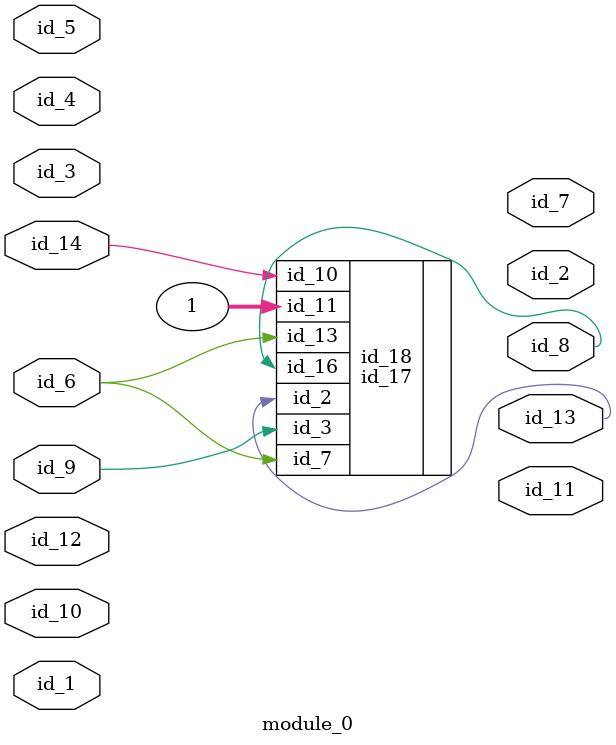
<source format=v>
module module_0 (
    id_1,
    id_2,
    id_3,
    id_4,
    id_5,
    id_6,
    id_7,
    id_8,
    id_9,
    id_10,
    id_11,
    id_12,
    id_13,
    id_14
);
  input id_14;
  output id_13;
  input id_12;
  output id_11;
  input id_10;
  input id_9;
  output id_8;
  output id_7;
  input id_6;
  input id_5;
  input id_4;
  input id_3;
  output id_2;
  input id_1;
  id_15 id_16 (
      .id_7(~id_14),
      .id_9(id_8 & id_14),
      .id_4(1),
      .id_7(id_3)
  );
  id_17 id_18 (
      .id_3 (1'b0),
      .id_10(id_6),
      .id_2 (id_13),
      .id_13((id_1)),
      .id_7 (id_6),
      .id_10(id_14),
      .id_3 (id_9),
      .id_16(id_8),
      .id_13(id_6),
      .id_11(id_3),
      .id_11(1)
  );
endmodule

</source>
